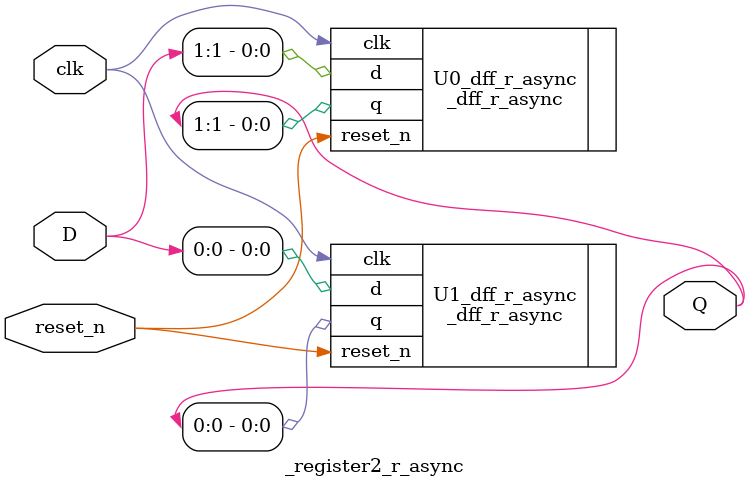
<source format=v>
module _register2_r_async(clk, reset_n, D, Q);
	input clk, reset_n;
	input [1:0]D;
	output [1:0]Q;
	
	// put 2 bits data to two Dff
	_dff_r_async U0_dff_r_async(.clk(clk), .reset_n(reset_n), .d(D[1]), .q(Q[1]));
	_dff_r_async U1_dff_r_async(.clk(clk), .reset_n(reset_n), .d(D[0]), .q(Q[0]));
endmodule
</source>
